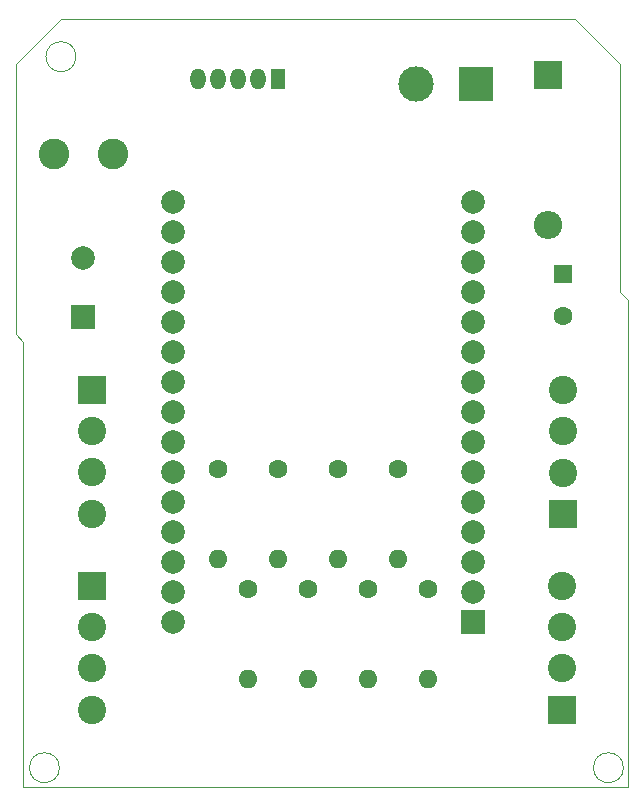
<source format=gbr>
%TF.GenerationSoftware,KiCad,Pcbnew,(6.0.9)*%
%TF.CreationDate,2023-01-02T17:12:58+02:00*%
%TF.ProjectId,ESP32_LEDCONTROLLER,45535033-325f-44c4-9544-434f4e54524f,rev?*%
%TF.SameCoordinates,Original*%
%TF.FileFunction,Soldermask,Bot*%
%TF.FilePolarity,Negative*%
%FSLAX46Y46*%
G04 Gerber Fmt 4.6, Leading zero omitted, Abs format (unit mm)*
G04 Created by KiCad (PCBNEW (6.0.9)) date 2023-01-02 17:12:58*
%MOMM*%
%LPD*%
G01*
G04 APERTURE LIST*
%TA.AperFunction,Profile*%
%ADD10C,0.100000*%
%TD*%
%ADD11R,1.600000X1.600000*%
%ADD12C,1.600000*%
%ADD13C,2.400000*%
%ADD14R,2.400000X2.400000*%
%ADD15O,1.600000X1.600000*%
%ADD16R,2.000000X2.000000*%
%ADD17C,2.000000*%
%ADD18R,1.275000X1.800000*%
%ADD19O,1.275000X1.800000*%
%ADD20O,2.400000X2.400000*%
%ADD21C,2.600000*%
%ADD22R,3.000000X3.000000*%
%ADD23C,3.000000*%
G04 APERTURE END LIST*
D10*
X94488000Y-153543000D02*
G75*
G03*
X94488000Y-153543000I-1270000J0D01*
G01*
X95885000Y-93345000D02*
G75*
G03*
X95885000Y-93345000I-1270000J0D01*
G01*
X142240000Y-153543000D02*
G75*
G03*
X142240000Y-153543000I-1270000J0D01*
G01*
X141986000Y-93980000D02*
X141986000Y-113284000D01*
X142621000Y-113919000D01*
X142621000Y-155194000D01*
X91440000Y-155194000D01*
X91440000Y-117475000D01*
X90805000Y-116840000D01*
X90805000Y-93980000D01*
X94615000Y-90170000D01*
X138176000Y-90170000D01*
X141986000Y-93980000D01*
D11*
%TO.C,C1*%
X137160000Y-111760000D03*
D12*
X137160000Y-115260000D03*
%TD*%
D13*
%TO.C,J2*%
X137060000Y-138133000D03*
X137060000Y-141633000D03*
X137060000Y-145133000D03*
D14*
X137060000Y-148633000D03*
%TD*%
D12*
%TO.C,R5*%
X118110000Y-128270000D03*
D15*
X118110000Y-135890000D03*
%TD*%
D12*
%TO.C,R8*%
X123190000Y-128270000D03*
D15*
X123190000Y-135890000D03*
%TD*%
D16*
%TO.C,U2*%
X129540000Y-141245000D03*
D17*
X129540000Y-138705000D03*
X129540000Y-136165000D03*
X129540000Y-133625000D03*
X129540000Y-131085000D03*
X129540000Y-128545000D03*
X129540000Y-126005000D03*
X129540000Y-123465000D03*
X129540000Y-120925000D03*
X129540000Y-118385000D03*
X129540000Y-115845000D03*
X129540000Y-113305000D03*
X129540000Y-110765000D03*
X129540000Y-108225000D03*
X129540000Y-105685000D03*
X104140000Y-105685000D03*
X104140000Y-108225000D03*
X104140000Y-110765000D03*
X104140000Y-113305000D03*
X104140000Y-115845000D03*
X104140000Y-118385000D03*
X104140000Y-120925000D03*
X104140000Y-123465000D03*
X104140000Y-126005000D03*
X104140000Y-128545000D03*
X104140000Y-131085000D03*
X104140000Y-133625000D03*
X104140000Y-136165000D03*
X104140000Y-138705000D03*
X104140000Y-141245000D03*
%TD*%
D14*
%TO.C,J5*%
X97282000Y-121539000D03*
D13*
X97282000Y-125039000D03*
X97282000Y-128539000D03*
X97282000Y-132039000D03*
%TD*%
D18*
%TO.C,U1*%
X113030000Y-95250000D03*
D19*
X111330000Y-95250000D03*
X109630000Y-95250000D03*
X107930000Y-95250000D03*
X106230000Y-95250000D03*
%TD*%
D12*
%TO.C,R4*%
X110490000Y-138430000D03*
D15*
X110490000Y-146050000D03*
%TD*%
D13*
%TO.C,J4*%
X97255000Y-148633000D03*
X97255000Y-145133000D03*
X97255000Y-141633000D03*
D14*
X97255000Y-138133000D03*
%TD*%
D12*
%TO.C,R3*%
X115570000Y-138430000D03*
D15*
X115570000Y-146050000D03*
%TD*%
D12*
%TO.C,R1*%
X125730000Y-138430000D03*
D15*
X125730000Y-146050000D03*
%TD*%
D17*
%TO.C,C2*%
X96520000Y-110397677D03*
D16*
X96520000Y-115397677D03*
%TD*%
D14*
%TO.C,D1*%
X135890000Y-94869000D03*
D20*
X135890000Y-107569000D03*
%TD*%
D12*
%TO.C,R2*%
X120650000Y-138430000D03*
D15*
X120650000Y-146050000D03*
%TD*%
D21*
%TO.C,L1*%
X99060000Y-101600000D03*
X94060000Y-101600000D03*
%TD*%
D12*
%TO.C,R6*%
X113030000Y-128270000D03*
D15*
X113030000Y-135890000D03*
%TD*%
D22*
%TO.C,J1*%
X129794000Y-95631000D03*
D23*
X124714000Y-95631000D03*
%TD*%
D12*
%TO.C,R7*%
X107950000Y-128270000D03*
D15*
X107950000Y-135890000D03*
%TD*%
D14*
%TO.C,J3*%
X137160000Y-132080000D03*
D13*
X137160000Y-128580000D03*
X137160000Y-125080000D03*
X137160000Y-121580000D03*
%TD*%
M02*

</source>
